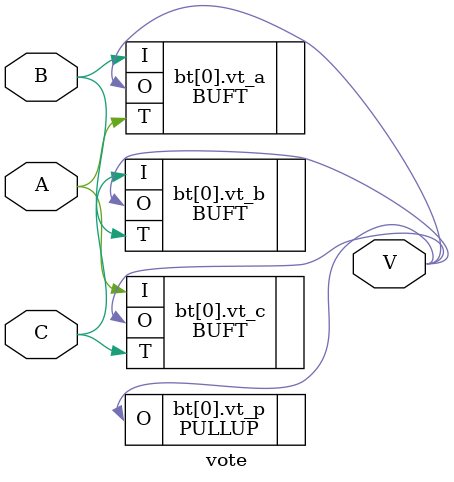
<source format=v>
`timescale 1ns / 1ps
module vote #(
	parameter Width = 1
)(
    input [Width-1:0] A,
    input [Width-1:0] B,
    input [Width-1:0] C,
    output [Width-1:0] V
);
genvar i;
generate
	for (i=0; i < Width; i=i+1) 
		begin: bt
			BUFT vt_a (.I(B[i]),.T(A[i]),.O(V[i]));
			BUFT vt_b (.I(C[i]),.T(B[i]),.O(V[i]));
			BUFT vt_c (.I(A[i]),.T(C[i]),.O(V[i]));
			PULLUP vt_p (.O(V[i]));
		end
endgenerate

endmodule

</source>
